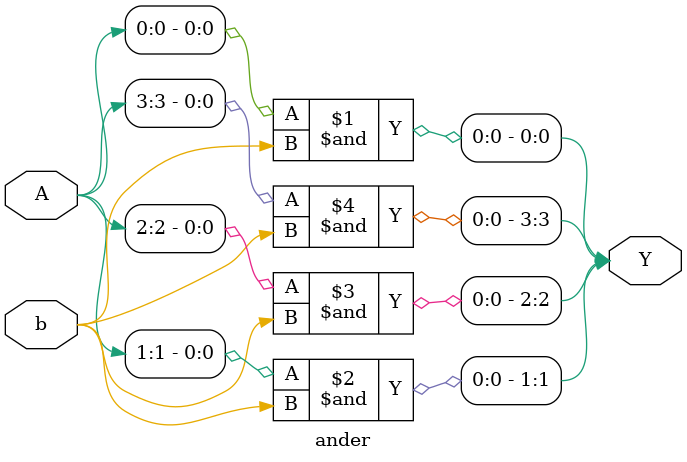
<source format=v>
/*
 * Copyright (c) 2024 Cybercricetus
 * SPDX-License-Identifier: Apache-2.0
 */

`default_nettype none

module tt_um_C_1_4bit_multiplier (
    input  wire [7:0] ui_in,    // Dedicated inputs
    output wire [7:0] uo_out,   // Dedicated outputs
    input  wire [7:0] uio_in,   // IOs: Input path
    output wire [7:0] uio_out,  // IOs: Output path
    output wire [7:0] uio_oe,   // IOs: Enable path (active high: 0=input, 1=output)
    input  wire       ena,      // always 1 when the design is powered, so you can ignore it
    input  wire       clk,      // clock
    input  wire       rst_n     // reset_n - low to reset
);

    wire[3:0] m, q;
    wire[7:0] p; 
    wire[3:0] s1, s2, s3, s4;

    assign m = ui_in[7:4];
    assign q = ui_in[3:0];

    ander an1(m, q[0], s1);          // S1: Q0 AND M
    ander an2(m, q[1], s2);          // S2: Q1 AND M
    ander an3(m, q[2], s3);          // S3: Q2 AND M
    ander an4(m, q[3], s4);          // S4: Q3 AND M
    
    wire[3:0] s_layer1, s_layer2, s_layer3;
    wire[3:0] o1, o2, o3;
    
    // adder layer 1
    adder a1(s1[1], s2[0], 1'b0, s_layer1[0], o1[0]);
    adder a2(s1[2], s2[1], o1[0], s_layer1[1], o1[1]);
    adder a3(s1[3], s2[2], o1[1], s_layer1[2], o1[2]);
    adder a4(1'b0, s2[3], o1[2], s_layer1[3], o1[3]);

    // adder layer 2
    adder a5(s_layer1[1], s3[0], 1'b0, s_layer2[0], o2[0]);
    adder a6(s_layer1[2], s3[1], o2[0], s_layer2[1], o2[1]);
    adder a7(s_layer1[3], s3[2], o2[1], s_layer2[2], o2[2]);
    adder a8(o1[3], s3[3], o2[2], s_layer2[3], o2[3]);

    // adder layer 3
    adder a9(s_layer2[1], s4[0], 1'b0, s_layer3[0], o3[0]);
    adder a10(s_layer2[2], s4[1], o3[0], s_layer3[1], o3[1]);
    adder a11(s_layer2[3], s4[2], o3[1], s_layer3[2], o3[2]);
    adder a12(o2[3], s4[3], o3[2], s_layer3[3], o3[3]);
    
    
    assign p[0] = s1[0];
    assign p[1] = s_layer1[0];
    assign p[2] = s_layer2[0];
    assign p[3] = s_layer3[0];
    assign p[4] = s_layer3[1];
    assign p[5] = s_layer3[2];
    assign p[6] = s_layer3[3];
    assign p[7] = o3[3];

    assign uo_out = p;

  // All output pins must be assigned. If not used, assign to 0.
  assign uio_out = 0;
  assign uio_oe  = 0;

  // List all unused inputs to prevent warnings
  wire _unused = &{ena, clk, rst_n, uio_in, 1'b0};

endmodule


module adder(A, B, Cin, Y, Cout);
    input A, B, Cin;
    output Y, Cout;
    assign Y = A^B^Cin;
    assign Cout = (A&B)|(A&Cin)|(B&Cin);
endmodule


module ander(A, b, Y);
    input[3:0] A;
    input b;
    output[3:0] Y;
    assign Y[0] = A[0] & b;
    assign Y[1] = A[1] & b;
    assign Y[2] = A[2] & b;
    assign Y[3] = A[3] & b;
endmodule
</source>
